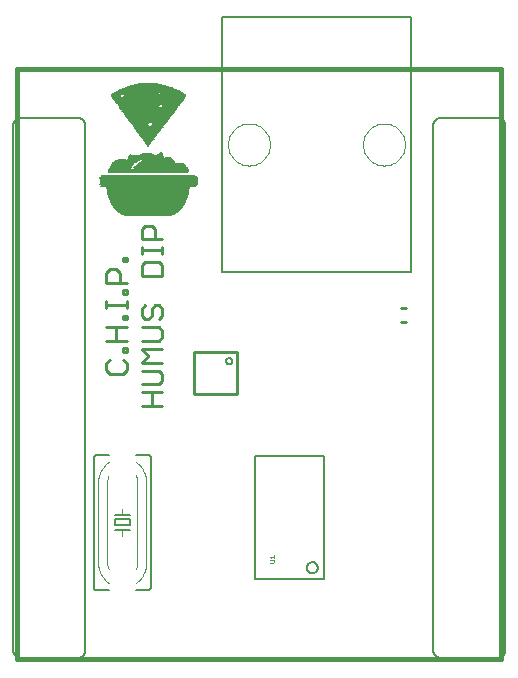
<source format=gto>
G75*
%MOIN*%
%OFA0B0*%
%FSLAX24Y24*%
%IPPOS*%
%LPD*%
%AMOC8*
5,1,8,0,0,1.08239X$1,22.5*
%
%ADD10C,0.0160*%
%ADD11C,0.0100*%
%ADD12C,0.0060*%
%ADD13R,0.1455X0.0013*%
%ADD14R,0.1573X0.0013*%
%ADD15R,0.1665X0.0013*%
%ADD16R,0.1731X0.0013*%
%ADD17R,0.1796X0.0013*%
%ADD18R,0.1849X0.0013*%
%ADD19R,0.1888X0.0013*%
%ADD20R,0.1927X0.0013*%
%ADD21R,0.1967X0.0013*%
%ADD22R,0.2006X0.0013*%
%ADD23R,0.2045X0.0013*%
%ADD24R,0.2071X0.0013*%
%ADD25R,0.2098X0.0013*%
%ADD26R,0.2137X0.0013*%
%ADD27R,0.2150X0.0013*%
%ADD28R,0.2176X0.0013*%
%ADD29R,0.2203X0.0013*%
%ADD30R,0.2229X0.0013*%
%ADD31R,0.2242X0.0013*%
%ADD32R,0.2268X0.0013*%
%ADD33R,0.2281X0.0013*%
%ADD34R,0.2307X0.0013*%
%ADD35R,0.2321X0.0013*%
%ADD36R,0.2334X0.0013*%
%ADD37R,0.2360X0.0013*%
%ADD38R,0.2373X0.0013*%
%ADD39R,0.2386X0.0013*%
%ADD40R,0.2399X0.0013*%
%ADD41R,0.2412X0.0013*%
%ADD42R,0.2439X0.0013*%
%ADD43R,0.2452X0.0013*%
%ADD44R,0.2465X0.0013*%
%ADD45R,0.2478X0.0013*%
%ADD46R,0.2491X0.0013*%
%ADD47R,0.2504X0.0013*%
%ADD48R,0.2517X0.0013*%
%ADD49R,0.2530X0.0013*%
%ADD50R,0.2543X0.0013*%
%ADD51R,0.2556X0.0013*%
%ADD52R,0.2570X0.0013*%
%ADD53R,0.2583X0.0013*%
%ADD54R,0.2596X0.0013*%
%ADD55R,0.2609X0.0013*%
%ADD56R,0.2622X0.0013*%
%ADD57R,0.2635X0.0013*%
%ADD58R,0.2648X0.0013*%
%ADD59R,0.2661X0.0013*%
%ADD60R,0.2674X0.0013*%
%ADD61R,0.2688X0.0013*%
%ADD62R,0.2701X0.0013*%
%ADD63R,0.2714X0.0013*%
%ADD64R,0.2727X0.0013*%
%ADD65R,0.2740X0.0013*%
%ADD66R,0.2753X0.0013*%
%ADD67R,0.2766X0.0013*%
%ADD68R,0.2779X0.0013*%
%ADD69R,0.2792X0.0013*%
%ADD70R,0.2806X0.0013*%
%ADD71R,0.3081X0.0013*%
%ADD72R,0.3146X0.0013*%
%ADD73R,0.3186X0.0013*%
%ADD74R,0.3225X0.0013*%
%ADD75R,0.3251X0.0013*%
%ADD76R,0.3264X0.0013*%
%ADD77R,0.3278X0.0013*%
%ADD78R,0.3238X0.0013*%
%ADD79R,0.3199X0.0013*%
%ADD80R,0.3160X0.0013*%
%ADD81R,0.3107X0.0013*%
%ADD82R,0.0774X0.0013*%
%ADD83R,0.0760X0.0013*%
%ADD84R,0.1822X0.0013*%
%ADD85R,0.0747X0.0013*%
%ADD86R,0.0734X0.0013*%
%ADD87R,0.1783X0.0013*%
%ADD88R,0.1770X0.0013*%
%ADD89R,0.1757X0.0013*%
%ADD90R,0.1704X0.0013*%
%ADD91R,0.1678X0.0013*%
%ADD92R,0.1639X0.0013*%
%ADD93R,0.1613X0.0013*%
%ADD94R,0.1586X0.0013*%
%ADD95R,0.1560X0.0013*%
%ADD96R,0.1508X0.0013*%
%ADD97R,0.1232X0.0013*%
%ADD98R,0.0184X0.0013*%
%ADD99R,0.1193X0.0013*%
%ADD100R,0.1180X0.0013*%
%ADD101R,0.1141X0.0013*%
%ADD102R,0.1101X0.0013*%
%ADD103R,0.1075X0.0013*%
%ADD104R,0.1036X0.0013*%
%ADD105R,0.1023X0.0013*%
%ADD106R,0.1009X0.0013*%
%ADD107R,0.0249X0.0013*%
%ADD108R,0.0446X0.0013*%
%ADD109R,0.1495X0.0013*%
%ADD110R,0.1481X0.0013*%
%ADD111R,0.1468X0.0013*%
%ADD112R,0.1442X0.0013*%
%ADD113R,0.1206X0.0013*%
%ADD114R,0.0197X0.0013*%
%ADD115R,0.0118X0.0013*%
%ADD116R,0.0052X0.0013*%
%ADD117R,0.1154X0.0013*%
%ADD118R,0.0210X0.0013*%
%ADD119R,0.0616X0.0013*%
%ADD120R,0.0144X0.0013*%
%ADD121R,0.0564X0.0013*%
%ADD122R,0.0026X0.0013*%
%ADD123R,0.0498X0.0013*%
%ADD124R,0.0170X0.0013*%
%ADD125R,0.0420X0.0013*%
%ADD126R,0.0341X0.0013*%
%ADD127R,0.0105X0.0013*%
%ADD128R,0.0066X0.0013*%
%ADD129R,0.0039X0.0013*%
%ADD130R,0.0013X0.0013*%
%ADD131R,0.0092X0.0013*%
%ADD132R,0.0223X0.0013*%
%ADD133R,0.0275X0.0013*%
%ADD134R,0.0302X0.0013*%
%ADD135R,0.0328X0.0013*%
%ADD136R,0.0354X0.0013*%
%ADD137R,0.0367X0.0013*%
%ADD138R,0.0380X0.0013*%
%ADD139R,0.0406X0.0013*%
%ADD140R,0.0433X0.0013*%
%ADD141R,0.0459X0.0013*%
%ADD142R,0.0485X0.0013*%
%ADD143R,0.0511X0.0013*%
%ADD144R,0.0538X0.0013*%
%ADD145R,0.0590X0.0013*%
%ADD146R,0.0642X0.0013*%
%ADD147R,0.0669X0.0013*%
%ADD148R,0.0695X0.0013*%
%ADD149R,0.0721X0.0013*%
%ADD150R,0.0800X0.0013*%
%ADD151R,0.0813X0.0013*%
%ADD152R,0.0826X0.0013*%
%ADD153R,0.0852X0.0013*%
%ADD154R,0.0878X0.0013*%
%ADD155R,0.0891X0.0013*%
%ADD156R,0.0905X0.0013*%
%ADD157R,0.0931X0.0013*%
%ADD158R,0.0957X0.0013*%
%ADD159R,0.0970X0.0013*%
%ADD160R,0.0983X0.0013*%
%ADD161R,0.0551X0.0013*%
%ADD162R,0.0524X0.0013*%
%ADD163R,0.0472X0.0013*%
%ADD164R,0.0629X0.0013*%
%ADD165R,0.1219X0.0013*%
%ADD166R,0.1245X0.0013*%
%ADD167R,0.1259X0.0013*%
%ADD168R,0.1272X0.0013*%
%ADD169R,0.1298X0.0013*%
%ADD170R,0.1324X0.0013*%
%ADD171R,0.1337X0.0013*%
%ADD172R,0.1350X0.0013*%
%ADD173R,0.1377X0.0013*%
%ADD174R,0.1403X0.0013*%
%ADD175R,0.1416X0.0013*%
%ADD176R,0.1429X0.0013*%
%ADD177R,0.1534X0.0013*%
%ADD178R,0.1547X0.0013*%
%ADD179R,0.1626X0.0013*%
%ADD180R,0.1652X0.0013*%
%ADD181R,0.1691X0.0013*%
%ADD182R,0.1744X0.0013*%
%ADD183R,0.1809X0.0013*%
%ADD184R,0.1862X0.0013*%
%ADD185R,0.1901X0.0013*%
%ADD186R,0.1940X0.0013*%
%ADD187R,0.1363X0.0013*%
%ADD188R,0.0577X0.0013*%
%ADD189R,0.0603X0.0013*%
%ADD190R,0.2111X0.0013*%
%ADD191R,0.2189X0.0013*%
%ADD192R,0.2216X0.0013*%
%ADD193R,0.2255X0.0013*%
%ADD194R,0.2294X0.0013*%
%ADD195R,0.1521X0.0013*%
%ADD196R,0.0839X0.0013*%
%ADD197R,0.2425X0.0013*%
%ADD198R,0.0315X0.0013*%
%ADD199R,0.2085X0.0013*%
%ADD200R,0.0787X0.0013*%
%ADD201R,0.2163X0.0013*%
%ADD202R,0.2124X0.0013*%
%ADD203R,0.2019X0.0013*%
%ADD204R,0.1953X0.0013*%
%ADD205R,0.1717X0.0013*%
%ADD206R,0.1599X0.0013*%
%ADD207R,0.1114X0.0013*%
%ADD208C,0.0010*%
%ADD209C,0.0050*%
%ADD210C,0.0000*%
%ADD211C,0.0020*%
D10*
X000259Y000180D02*
X016401Y000180D01*
X016401Y019865D01*
X000259Y019865D01*
X000259Y000180D01*
X002424Y000180D02*
X014236Y000180D01*
X014236Y019865D02*
X013645Y019865D01*
X009708Y019865D02*
X002424Y019865D01*
D11*
X004520Y014639D02*
X004749Y014639D01*
X004864Y014524D01*
X004864Y014181D01*
X005093Y014181D02*
X004405Y014181D01*
X004405Y014524D01*
X004520Y014639D01*
X004405Y013926D02*
X004405Y013697D01*
X004405Y013812D02*
X005093Y013812D01*
X005093Y013926D02*
X005093Y013697D01*
X004979Y013431D02*
X004520Y013431D01*
X004405Y013316D01*
X004405Y012972D01*
X005093Y012972D01*
X005093Y013316D01*
X004979Y013431D01*
X003912Y013455D02*
X003912Y013570D01*
X003798Y013570D01*
X003798Y013455D01*
X003912Y013455D01*
X003568Y013189D02*
X003683Y013074D01*
X003683Y012730D01*
X003912Y012730D02*
X003224Y012730D01*
X003224Y013074D01*
X003339Y013189D01*
X003568Y013189D01*
X003798Y012483D02*
X003912Y012483D01*
X003912Y012368D01*
X003798Y012368D01*
X003798Y012483D01*
X003912Y012114D02*
X003912Y011885D01*
X003912Y011999D02*
X003224Y011999D01*
X003224Y011885D02*
X003224Y012114D01*
X003798Y011637D02*
X003912Y011637D01*
X003912Y011522D01*
X003798Y011522D01*
X003798Y011637D01*
X003912Y011256D02*
X003224Y011256D01*
X003568Y011256D02*
X003568Y010797D01*
X003798Y010549D02*
X003912Y010549D01*
X003912Y010435D01*
X003798Y010435D01*
X003798Y010549D01*
X003912Y010797D02*
X003224Y010797D01*
X003339Y010168D02*
X003224Y010053D01*
X003224Y009824D01*
X003339Y009709D01*
X003798Y009709D01*
X003912Y009824D01*
X003912Y010053D01*
X003798Y010168D01*
X004405Y010072D02*
X004635Y010301D01*
X004405Y010531D01*
X005093Y010531D01*
X004979Y010797D02*
X005093Y010912D01*
X005093Y011141D01*
X004979Y011256D01*
X004405Y011256D01*
X004520Y011522D02*
X004405Y011637D01*
X004405Y011866D01*
X004520Y011981D01*
X004749Y011866D02*
X004864Y011981D01*
X004979Y011981D01*
X005093Y011866D01*
X005093Y011637D01*
X004979Y011522D01*
X004749Y011637D02*
X004749Y011866D01*
X004749Y011637D02*
X004635Y011522D01*
X004520Y011522D01*
X004405Y010797D02*
X004979Y010797D01*
X005093Y010072D02*
X004405Y010072D01*
X004405Y009806D02*
X004979Y009806D01*
X005093Y009691D01*
X005093Y009462D01*
X004979Y009347D01*
X004405Y009347D01*
X004405Y009081D02*
X005093Y009081D01*
X004749Y009081D02*
X004749Y008622D01*
X005093Y008622D02*
X004405Y008622D01*
X006143Y009017D02*
X006143Y010437D01*
X007603Y010437D01*
X007603Y009017D01*
X006143Y009017D01*
X013053Y011416D02*
X013213Y011416D01*
X013213Y011896D02*
X013053Y011896D01*
D12*
X010486Y006952D02*
X010486Y002857D01*
X008182Y002857D01*
X008182Y006952D01*
X010486Y006952D01*
X009921Y003241D02*
X009923Y003267D01*
X009929Y003293D01*
X009938Y003318D01*
X009951Y003341D01*
X009967Y003362D01*
X009986Y003380D01*
X010008Y003396D01*
X010031Y003408D01*
X010056Y003416D01*
X010082Y003421D01*
X010109Y003422D01*
X010135Y003419D01*
X010160Y003412D01*
X010185Y003402D01*
X010207Y003388D01*
X010228Y003371D01*
X010245Y003352D01*
X010260Y003330D01*
X010271Y003306D01*
X010279Y003280D01*
X010283Y003254D01*
X010283Y003228D01*
X010279Y003202D01*
X010271Y003176D01*
X010260Y003152D01*
X010245Y003130D01*
X010228Y003111D01*
X010207Y003094D01*
X010185Y003080D01*
X010160Y003070D01*
X010135Y003063D01*
X010109Y003060D01*
X010082Y003061D01*
X010056Y003066D01*
X010031Y003074D01*
X010008Y003086D01*
X009986Y003102D01*
X009967Y003120D01*
X009951Y003141D01*
X009938Y003164D01*
X009929Y003189D01*
X009923Y003215D01*
X009921Y003241D01*
X014130Y000485D02*
X014130Y017985D01*
X014132Y018015D01*
X014137Y018045D01*
X014146Y018074D01*
X014159Y018101D01*
X014174Y018127D01*
X014193Y018151D01*
X014214Y018172D01*
X014238Y018191D01*
X014264Y018206D01*
X014291Y018219D01*
X014320Y018228D01*
X014350Y018233D01*
X014380Y018235D01*
X016280Y018235D01*
X016310Y018233D01*
X016340Y018228D01*
X016369Y018219D01*
X016396Y018206D01*
X016422Y018191D01*
X016446Y018172D01*
X016467Y018151D01*
X016486Y018127D01*
X016501Y018101D01*
X016514Y018074D01*
X016523Y018045D01*
X016528Y018015D01*
X016530Y017985D01*
X016530Y000485D01*
X016528Y000455D01*
X016523Y000425D01*
X016514Y000396D01*
X016501Y000369D01*
X016486Y000343D01*
X016467Y000319D01*
X016446Y000298D01*
X016422Y000279D01*
X016396Y000264D01*
X016369Y000251D01*
X016340Y000242D01*
X016310Y000237D01*
X016280Y000235D01*
X014380Y000235D01*
X014350Y000237D01*
X014320Y000242D01*
X014291Y000251D01*
X014264Y000264D01*
X014238Y000279D01*
X014214Y000298D01*
X014193Y000319D01*
X014174Y000343D01*
X014159Y000369D01*
X014146Y000396D01*
X014137Y000425D01*
X014132Y000455D01*
X014130Y000485D01*
X007223Y010127D02*
X007225Y010147D01*
X007231Y010165D01*
X007240Y010183D01*
X007252Y010198D01*
X007267Y010210D01*
X007285Y010219D01*
X007303Y010225D01*
X007323Y010227D01*
X007343Y010225D01*
X007361Y010219D01*
X007379Y010210D01*
X007394Y010198D01*
X007406Y010183D01*
X007415Y010165D01*
X007421Y010147D01*
X007423Y010127D01*
X007421Y010107D01*
X007415Y010089D01*
X007406Y010071D01*
X007394Y010056D01*
X007379Y010044D01*
X007361Y010035D01*
X007343Y010029D01*
X007323Y010027D01*
X007303Y010029D01*
X007285Y010035D01*
X007267Y010044D01*
X007252Y010056D01*
X007240Y010071D01*
X007231Y010089D01*
X007225Y010107D01*
X007223Y010127D01*
X004713Y006897D02*
X004713Y002597D01*
X004711Y002580D01*
X004707Y002563D01*
X004700Y002547D01*
X004690Y002533D01*
X004677Y002520D01*
X004663Y002510D01*
X004647Y002503D01*
X004630Y002499D01*
X004613Y002497D01*
X004213Y002497D01*
X003313Y002497D02*
X002913Y002497D01*
X002896Y002499D01*
X002879Y002503D01*
X002863Y002510D01*
X002849Y002520D01*
X002836Y002533D01*
X002826Y002547D01*
X002819Y002563D01*
X002815Y002580D01*
X002813Y002597D01*
X002813Y006897D01*
X002815Y006914D01*
X002819Y006931D01*
X002826Y006947D01*
X002836Y006961D01*
X002849Y006974D01*
X002863Y006984D01*
X002879Y006991D01*
X002896Y006995D01*
X002913Y006997D01*
X003313Y006997D01*
X004213Y006997D02*
X004613Y006997D01*
X004630Y006995D01*
X004647Y006991D01*
X004663Y006984D01*
X004677Y006974D01*
X004690Y006961D01*
X004700Y006947D01*
X004707Y006931D01*
X004711Y006914D01*
X004713Y006897D01*
X004013Y004997D02*
X003763Y004997D01*
X003513Y004997D01*
X003513Y004847D02*
X003513Y004647D01*
X004013Y004647D01*
X004013Y004847D01*
X003513Y004847D01*
X003513Y004497D02*
X003763Y004497D01*
X004013Y004497D01*
X002530Y000485D02*
X002530Y017985D01*
X002528Y018015D01*
X002523Y018045D01*
X002514Y018074D01*
X002501Y018101D01*
X002486Y018127D01*
X002467Y018151D01*
X002446Y018172D01*
X002422Y018191D01*
X002396Y018206D01*
X002369Y018219D01*
X002340Y018228D01*
X002310Y018233D01*
X002280Y018235D01*
X000380Y018235D01*
X000350Y018233D01*
X000320Y018228D01*
X000291Y018219D01*
X000264Y018206D01*
X000238Y018191D01*
X000214Y018172D01*
X000193Y018151D01*
X000174Y018127D01*
X000159Y018101D01*
X000146Y018074D01*
X000137Y018045D01*
X000132Y018015D01*
X000130Y017985D01*
X000130Y000485D01*
X000132Y000455D01*
X000137Y000425D01*
X000146Y000396D01*
X000159Y000369D01*
X000174Y000343D01*
X000193Y000319D01*
X000214Y000298D01*
X000238Y000279D01*
X000264Y000264D01*
X000291Y000251D01*
X000320Y000242D01*
X000350Y000237D01*
X000380Y000235D01*
X002280Y000235D01*
X002310Y000237D01*
X002340Y000242D01*
X002369Y000251D01*
X002396Y000264D01*
X002422Y000279D01*
X002446Y000298D01*
X002467Y000319D01*
X002486Y000343D01*
X002501Y000369D01*
X002514Y000396D01*
X002523Y000425D01*
X002528Y000455D01*
X002530Y000485D01*
D13*
X004634Y014957D03*
X004634Y018234D03*
X004634Y019244D03*
D14*
X004641Y018313D03*
X004628Y014970D03*
D15*
X004634Y014983D03*
X004634Y018379D03*
X004634Y019205D03*
D16*
X004641Y018418D03*
X005034Y016596D03*
X004628Y014996D03*
D17*
X004634Y015009D03*
X005041Y016543D03*
X004634Y019178D03*
D18*
X004634Y019165D03*
X004634Y018497D03*
X005027Y016504D03*
X004634Y015022D03*
D19*
X004628Y015036D03*
X004641Y018523D03*
D20*
X004634Y018549D03*
X004634Y015049D03*
D21*
X004628Y015062D03*
D22*
X004634Y015075D03*
D23*
X004628Y015088D03*
D24*
X004628Y015101D03*
X004824Y018903D03*
X004837Y018916D03*
X004850Y018929D03*
X004850Y018942D03*
X004641Y019113D03*
D25*
X004837Y018995D03*
X004850Y018982D03*
X004864Y018969D03*
X004641Y018667D03*
X004628Y015114D03*
D26*
X004634Y015127D03*
X004634Y018693D03*
D27*
X004641Y018706D03*
X004628Y015140D03*
D28*
X004628Y015154D03*
X004641Y018720D03*
D29*
X004628Y015167D03*
D30*
X004628Y015180D03*
X004641Y018759D03*
D31*
X004634Y015193D03*
D32*
X004634Y015206D03*
X004634Y018785D03*
X004634Y019060D03*
D33*
X004628Y015219D03*
D34*
X004628Y015232D03*
X004641Y018811D03*
D35*
X004634Y015245D03*
D36*
X004628Y015258D03*
X004641Y018824D03*
D37*
X004628Y015272D03*
D38*
X004634Y015285D03*
D39*
X004628Y015298D03*
D40*
X004634Y015311D03*
D41*
X004628Y015324D03*
D42*
X004628Y015337D03*
D43*
X004634Y015350D03*
D44*
X004628Y015363D03*
D45*
X004634Y015376D03*
D46*
X004628Y015390D03*
D47*
X004634Y015403D03*
D48*
X004628Y015416D03*
X004628Y015429D03*
D49*
X004634Y015442D03*
D50*
X004628Y015455D03*
D51*
X004634Y015468D03*
D52*
X004628Y015481D03*
X004628Y015494D03*
D53*
X004634Y015508D03*
D54*
X004628Y015521D03*
D55*
X004634Y015534D03*
X004634Y015547D03*
D56*
X004628Y015560D03*
D57*
X004634Y015573D03*
X004634Y015586D03*
D58*
X004628Y015599D03*
X004628Y015612D03*
X004641Y016491D03*
D59*
X004634Y016478D03*
X004634Y016465D03*
X004634Y015626D03*
D60*
X004628Y015639D03*
X004628Y015652D03*
X004641Y016438D03*
X004641Y016451D03*
D61*
X004634Y016425D03*
X004634Y016412D03*
X004634Y016399D03*
X004634Y016386D03*
X004634Y015665D03*
D62*
X004628Y015678D03*
X004628Y015691D03*
D63*
X004634Y015704D03*
X004634Y015717D03*
D64*
X004628Y015730D03*
X004628Y015744D03*
D65*
X004634Y015757D03*
X004634Y015770D03*
D66*
X004628Y015783D03*
X004628Y015796D03*
X004628Y015809D03*
D67*
X004634Y015822D03*
X004634Y015835D03*
D68*
X004628Y015848D03*
X004628Y015861D03*
D69*
X004634Y015875D03*
X004634Y015888D03*
D70*
X004628Y015901D03*
D71*
X004634Y015914D03*
D72*
X004641Y015927D03*
D73*
X004634Y015940D03*
D74*
X004641Y015953D03*
X004641Y015966D03*
X004641Y016242D03*
D75*
X004641Y016215D03*
X004641Y015979D03*
D76*
X004634Y015993D03*
X004634Y016202D03*
D77*
X004641Y016189D03*
X004641Y016176D03*
X004641Y016163D03*
X004641Y016150D03*
X004641Y016137D03*
X004641Y016124D03*
X004641Y016111D03*
X004641Y016097D03*
X004641Y016084D03*
X004641Y016071D03*
X004641Y016058D03*
X004641Y016045D03*
X004641Y016032D03*
X004641Y016019D03*
X004641Y016006D03*
D78*
X004634Y016229D03*
D79*
X004641Y016255D03*
D80*
X004634Y016268D03*
D81*
X004634Y016281D03*
D82*
X003939Y016792D03*
X003913Y016779D03*
X003900Y016766D03*
X003874Y016753D03*
X003861Y016740D03*
X003848Y016727D03*
X003821Y016714D03*
X003703Y016504D03*
X004634Y017776D03*
D83*
X003972Y016805D03*
X003802Y016701D03*
X003697Y016517D03*
D84*
X005041Y016517D03*
X005041Y016530D03*
X004634Y018484D03*
D85*
X004634Y017762D03*
X003795Y016687D03*
X003782Y016674D03*
X003769Y016661D03*
X003756Y016648D03*
X003756Y016635D03*
X003743Y016622D03*
X003730Y016596D03*
X003716Y016583D03*
X003716Y016569D03*
X003703Y016543D03*
X003703Y016530D03*
D86*
X003710Y016556D03*
X003736Y016609D03*
X004641Y017749D03*
D87*
X004641Y018457D03*
X005034Y016556D03*
D88*
X005041Y016569D03*
X004634Y018444D03*
D89*
X005034Y016583D03*
D90*
X005034Y016609D03*
X004641Y018405D03*
D91*
X005047Y016622D03*
D92*
X005054Y016635D03*
D93*
X005041Y016648D03*
X004634Y018339D03*
D94*
X004634Y018326D03*
X005041Y016661D03*
D95*
X005041Y016674D03*
X004202Y019008D03*
D96*
X004215Y019034D03*
X004634Y018274D03*
X005054Y018838D03*
X005067Y018851D03*
X005041Y016687D03*
D97*
X004916Y016701D03*
D98*
X005663Y016701D03*
D99*
X004923Y016714D03*
D100*
X004929Y016727D03*
X004562Y016897D03*
X004562Y016910D03*
X004562Y016923D03*
D101*
X004569Y016950D03*
X004936Y016740D03*
D102*
X004942Y016753D03*
D103*
X004955Y016766D03*
D104*
X004962Y016779D03*
X004936Y016819D03*
X004634Y019309D03*
D105*
X004955Y016792D03*
D106*
X004949Y016805D03*
X004634Y017933D03*
D107*
X004634Y017422D03*
X003769Y016819D03*
D108*
X004156Y016819D03*
X004982Y018012D03*
X004982Y018025D03*
D109*
X004641Y018261D03*
X004234Y019047D03*
X004693Y016832D03*
D110*
X004687Y016845D03*
X004634Y018248D03*
D111*
X004680Y016858D03*
D112*
X004680Y016871D03*
D113*
X004562Y016884D03*
D114*
X005027Y016976D03*
X005290Y016884D03*
X004634Y017382D03*
D115*
X004634Y017330D03*
X005041Y017015D03*
X005303Y016897D03*
D116*
X005309Y016910D03*
D117*
X004562Y016937D03*
D118*
X004614Y017028D03*
X005021Y016963D03*
X004103Y016963D03*
D119*
X004582Y016963D03*
X004634Y017671D03*
D120*
X004634Y017356D03*
X004634Y017343D03*
X005041Y017002D03*
X004084Y016976D03*
D121*
X004582Y016976D03*
X004634Y017631D03*
X004346Y018025D03*
X005381Y018628D03*
D122*
X004064Y016989D03*
D123*
X004588Y016989D03*
D124*
X004634Y017369D03*
X005027Y016989D03*
D125*
X004601Y017002D03*
X004955Y017959D03*
X004955Y017972D03*
X004968Y017985D03*
D126*
X004601Y017015D03*
X003539Y018969D03*
X003566Y018995D03*
D127*
X005047Y017028D03*
D128*
X005054Y017041D03*
X004634Y017291D03*
X004634Y017304D03*
D129*
X004634Y017277D03*
X005054Y017055D03*
D130*
X004634Y017264D03*
D131*
X004634Y017317D03*
D132*
X004634Y017395D03*
X004634Y017409D03*
D133*
X004634Y017435D03*
D134*
X004634Y017448D03*
X004634Y017461D03*
D135*
X004634Y017474D03*
X003546Y018942D03*
X003546Y018956D03*
D136*
X003546Y018982D03*
X004634Y017487D03*
D137*
X004641Y017500D03*
D138*
X004634Y017513D03*
D139*
X004634Y017526D03*
D140*
X004634Y017540D03*
X004634Y017553D03*
X004936Y017946D03*
X004975Y017998D03*
X004634Y019362D03*
D141*
X004634Y017566D03*
D142*
X004634Y017579D03*
X004988Y018051D03*
D143*
X004634Y017605D03*
X004634Y017592D03*
D144*
X004634Y017618D03*
X004372Y017972D03*
X004359Y017985D03*
X005355Y018588D03*
X005368Y018602D03*
D145*
X004634Y017658D03*
X004634Y017644D03*
X004346Y018038D03*
X004346Y018051D03*
D146*
X004634Y017684D03*
X004634Y019349D03*
D147*
X004634Y017710D03*
X004634Y017697D03*
D148*
X004634Y017723D03*
D149*
X004634Y017736D03*
D150*
X004634Y017789D03*
X003861Y018851D03*
X005421Y019034D03*
D151*
X005427Y019021D03*
X004641Y017802D03*
X003867Y018838D03*
X003854Y018864D03*
D152*
X004634Y017815D03*
D153*
X004634Y017828D03*
X005434Y019008D03*
D154*
X004634Y017841D03*
D155*
X004641Y017854D03*
D156*
X004634Y017867D03*
X004634Y019323D03*
D157*
X004634Y017880D03*
D158*
X004634Y017894D03*
D159*
X004641Y017907D03*
D160*
X004634Y017920D03*
D161*
X004392Y017946D03*
X004352Y017998D03*
X004352Y018012D03*
X005349Y018575D03*
X005375Y018615D03*
D162*
X004982Y018064D03*
X004379Y017959D03*
D163*
X004982Y018038D03*
D164*
X004352Y018064D03*
D165*
X004634Y018077D03*
X004634Y019283D03*
D166*
X004634Y018090D03*
D167*
X004641Y018103D03*
D168*
X004634Y018116D03*
D169*
X004634Y018130D03*
X004634Y019270D03*
D170*
X004634Y018143D03*
D171*
X004641Y018156D03*
D172*
X004634Y018169D03*
X004320Y018602D03*
D173*
X004306Y018628D03*
X004634Y018182D03*
X004634Y019257D03*
D174*
X004306Y018641D03*
X004634Y018195D03*
D175*
X004641Y018208D03*
X004313Y018654D03*
D176*
X004634Y018221D03*
D177*
X004634Y018287D03*
X004202Y019021D03*
X004634Y019231D03*
D178*
X005073Y018877D03*
X004641Y018300D03*
D179*
X004641Y018352D03*
D180*
X004641Y018366D03*
D181*
X004634Y018392D03*
D182*
X004634Y018431D03*
D183*
X004641Y018470D03*
D184*
X004641Y018510D03*
D185*
X004634Y018536D03*
X004634Y019152D03*
D186*
X004641Y018562D03*
D187*
X004339Y018575D03*
X004326Y018588D03*
X004313Y018615D03*
D188*
X005375Y018641D03*
D189*
X005375Y018654D03*
D190*
X004634Y018680D03*
D191*
X004634Y018733D03*
D192*
X004634Y018746D03*
X004634Y019074D03*
D193*
X004641Y018772D03*
D194*
X004634Y018798D03*
D195*
X005073Y018864D03*
D196*
X003854Y018877D03*
D197*
X004634Y018890D03*
D198*
X003579Y018903D03*
X003566Y018916D03*
X003553Y018929D03*
D199*
X004857Y018956D03*
D200*
X004628Y019336D03*
X005401Y019047D03*
D201*
X004634Y019087D03*
D202*
X004641Y019100D03*
D203*
X004641Y019126D03*
D204*
X004634Y019139D03*
D205*
X004634Y019191D03*
D206*
X004641Y019218D03*
D207*
X004634Y019296D03*
D208*
X008829Y003657D02*
X008829Y003557D01*
X008829Y003607D02*
X008679Y003607D01*
X008729Y003557D01*
X008679Y003509D02*
X008804Y003509D01*
X008829Y003484D01*
X008829Y003434D01*
X008804Y003409D01*
X008679Y003409D01*
D209*
X007089Y013095D02*
X007089Y021595D01*
X013389Y021595D01*
X013389Y013095D01*
X007089Y013095D01*
D210*
X007289Y017345D02*
X007291Y017397D01*
X007297Y017449D01*
X007307Y017501D01*
X007320Y017551D01*
X007337Y017601D01*
X007358Y017649D01*
X007383Y017695D01*
X007411Y017739D01*
X007442Y017781D01*
X007476Y017821D01*
X007513Y017858D01*
X007553Y017892D01*
X007595Y017923D01*
X007639Y017951D01*
X007685Y017976D01*
X007733Y017997D01*
X007783Y018014D01*
X007833Y018027D01*
X007885Y018037D01*
X007937Y018043D01*
X007989Y018045D01*
X008041Y018043D01*
X008093Y018037D01*
X008145Y018027D01*
X008195Y018014D01*
X008245Y017997D01*
X008293Y017976D01*
X008339Y017951D01*
X008383Y017923D01*
X008425Y017892D01*
X008465Y017858D01*
X008502Y017821D01*
X008536Y017781D01*
X008567Y017739D01*
X008595Y017695D01*
X008620Y017649D01*
X008641Y017601D01*
X008658Y017551D01*
X008671Y017501D01*
X008681Y017449D01*
X008687Y017397D01*
X008689Y017345D01*
X008687Y017293D01*
X008681Y017241D01*
X008671Y017189D01*
X008658Y017139D01*
X008641Y017089D01*
X008620Y017041D01*
X008595Y016995D01*
X008567Y016951D01*
X008536Y016909D01*
X008502Y016869D01*
X008465Y016832D01*
X008425Y016798D01*
X008383Y016767D01*
X008339Y016739D01*
X008293Y016714D01*
X008245Y016693D01*
X008195Y016676D01*
X008145Y016663D01*
X008093Y016653D01*
X008041Y016647D01*
X007989Y016645D01*
X007937Y016647D01*
X007885Y016653D01*
X007833Y016663D01*
X007783Y016676D01*
X007733Y016693D01*
X007685Y016714D01*
X007639Y016739D01*
X007595Y016767D01*
X007553Y016798D01*
X007513Y016832D01*
X007476Y016869D01*
X007442Y016909D01*
X007411Y016951D01*
X007383Y016995D01*
X007358Y017041D01*
X007337Y017089D01*
X007320Y017139D01*
X007307Y017189D01*
X007297Y017241D01*
X007291Y017293D01*
X007289Y017345D01*
X011789Y017345D02*
X011791Y017397D01*
X011797Y017449D01*
X011807Y017501D01*
X011820Y017551D01*
X011837Y017601D01*
X011858Y017649D01*
X011883Y017695D01*
X011911Y017739D01*
X011942Y017781D01*
X011976Y017821D01*
X012013Y017858D01*
X012053Y017892D01*
X012095Y017923D01*
X012139Y017951D01*
X012185Y017976D01*
X012233Y017997D01*
X012283Y018014D01*
X012333Y018027D01*
X012385Y018037D01*
X012437Y018043D01*
X012489Y018045D01*
X012541Y018043D01*
X012593Y018037D01*
X012645Y018027D01*
X012695Y018014D01*
X012745Y017997D01*
X012793Y017976D01*
X012839Y017951D01*
X012883Y017923D01*
X012925Y017892D01*
X012965Y017858D01*
X013002Y017821D01*
X013036Y017781D01*
X013067Y017739D01*
X013095Y017695D01*
X013120Y017649D01*
X013141Y017601D01*
X013158Y017551D01*
X013171Y017501D01*
X013181Y017449D01*
X013187Y017397D01*
X013189Y017345D01*
X013187Y017293D01*
X013181Y017241D01*
X013171Y017189D01*
X013158Y017139D01*
X013141Y017089D01*
X013120Y017041D01*
X013095Y016995D01*
X013067Y016951D01*
X013036Y016909D01*
X013002Y016869D01*
X012965Y016832D01*
X012925Y016798D01*
X012883Y016767D01*
X012839Y016739D01*
X012793Y016714D01*
X012745Y016693D01*
X012695Y016676D01*
X012645Y016663D01*
X012593Y016653D01*
X012541Y016647D01*
X012489Y016645D01*
X012437Y016647D01*
X012385Y016653D01*
X012333Y016663D01*
X012283Y016676D01*
X012233Y016693D01*
X012185Y016714D01*
X012139Y016739D01*
X012095Y016767D01*
X012053Y016798D01*
X012013Y016832D01*
X011976Y016869D01*
X011942Y016909D01*
X011911Y016951D01*
X011883Y016995D01*
X011858Y017041D01*
X011837Y017089D01*
X011820Y017139D01*
X011807Y017189D01*
X011797Y017241D01*
X011791Y017293D01*
X011789Y017345D01*
D211*
X004563Y006097D02*
X004563Y003397D01*
X004263Y003397D02*
X004263Y006097D01*
X004563Y006097D02*
X004561Y006153D01*
X004555Y006208D01*
X004546Y006263D01*
X004532Y006317D01*
X004515Y006370D01*
X004494Y006421D01*
X004470Y006471D01*
X004442Y006519D01*
X004411Y006566D01*
X004377Y006610D01*
X004340Y006651D01*
X004300Y006690D01*
X004258Y006726D01*
X004213Y006758D01*
X003313Y006758D02*
X003268Y006726D01*
X003226Y006690D01*
X003186Y006651D01*
X003149Y006609D01*
X003115Y006566D01*
X003084Y006519D01*
X003056Y006471D01*
X003032Y006421D01*
X003011Y006370D01*
X002994Y006317D01*
X002980Y006263D01*
X002971Y006208D01*
X002965Y006153D01*
X002963Y006097D01*
X002963Y003397D01*
X003263Y003397D02*
X003263Y006097D01*
X003264Y006135D01*
X003269Y006172D01*
X003276Y006209D01*
X003285Y006245D01*
X003298Y006281D01*
X003313Y006315D01*
X004213Y006315D02*
X004228Y006281D01*
X004241Y006245D01*
X004250Y006209D01*
X004257Y006172D01*
X004262Y006135D01*
X004263Y006097D01*
X003763Y005197D02*
X003763Y004997D01*
X003763Y004497D02*
X003763Y004297D01*
X002963Y003397D02*
X002965Y003341D01*
X002971Y003286D01*
X002980Y003231D01*
X002994Y003177D01*
X003011Y003124D01*
X003032Y003073D01*
X003056Y003023D01*
X003084Y002975D01*
X003115Y002928D01*
X003149Y002884D01*
X003186Y002843D01*
X003226Y002804D01*
X003268Y002768D01*
X003313Y002736D01*
X004213Y002736D02*
X004258Y002768D01*
X004300Y002804D01*
X004340Y002843D01*
X004377Y002885D01*
X004411Y002928D01*
X004442Y002975D01*
X004470Y003023D01*
X004494Y003073D01*
X004515Y003124D01*
X004532Y003177D01*
X004546Y003231D01*
X004555Y003286D01*
X004561Y003341D01*
X004563Y003397D01*
X004263Y003397D02*
X004262Y003359D01*
X004257Y003322D01*
X004250Y003285D01*
X004241Y003249D01*
X004228Y003213D01*
X004213Y003179D01*
X003313Y003179D02*
X003298Y003213D01*
X003285Y003249D01*
X003276Y003285D01*
X003269Y003322D01*
X003264Y003359D01*
X003263Y003397D01*
M02*

</source>
